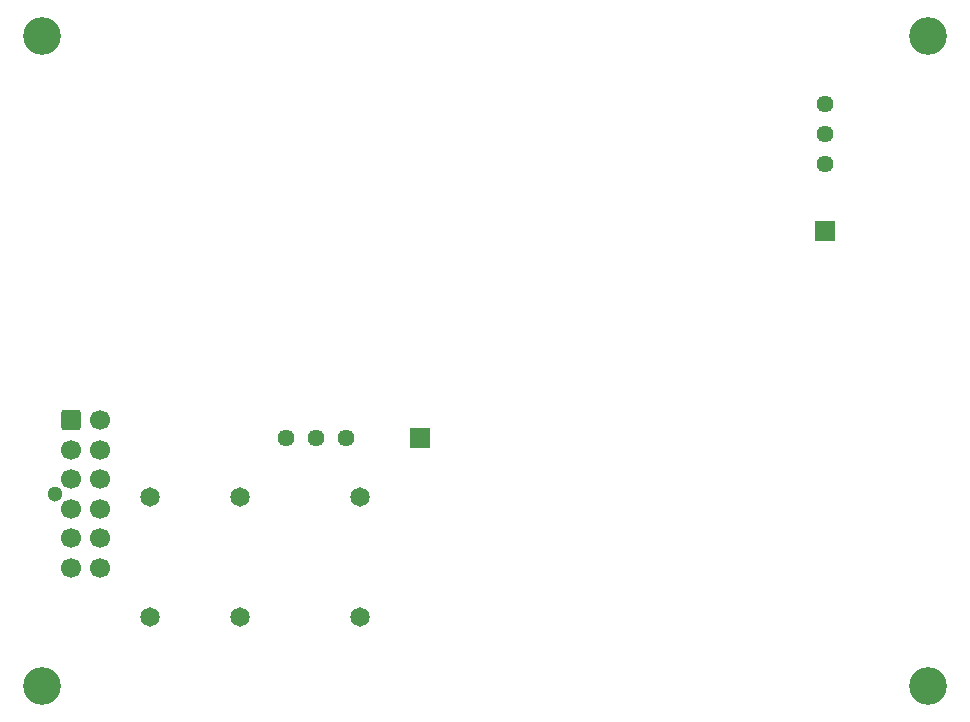
<source format=gbr>
%TF.GenerationSoftware,KiCad,Pcbnew,8.0.5*%
%TF.CreationDate,2025-02-24T01:44:01-08:00*%
%TF.ProjectId,BSPD,42535044-2e6b-4696-9361-645f70636258,rev?*%
%TF.SameCoordinates,Original*%
%TF.FileFunction,Soldermask,Bot*%
%TF.FilePolarity,Negative*%
%FSLAX46Y46*%
G04 Gerber Fmt 4.6, Leading zero omitted, Abs format (unit mm)*
G04 Created by KiCad (PCBNEW 8.0.5) date 2025-02-24 01:44:01*
%MOMM*%
%LPD*%
G01*
G04 APERTURE LIST*
G04 Aperture macros list*
%AMRoundRect*
0 Rectangle with rounded corners*
0 $1 Rounding radius*
0 $2 $3 $4 $5 $6 $7 $8 $9 X,Y pos of 4 corners*
0 Add a 4 corners polygon primitive as box body*
4,1,4,$2,$3,$4,$5,$6,$7,$8,$9,$2,$3,0*
0 Add four circle primitives for the rounded corners*
1,1,$1+$1,$2,$3*
1,1,$1+$1,$4,$5*
1,1,$1+$1,$6,$7*
1,1,$1+$1,$8,$9*
0 Add four rect primitives between the rounded corners*
20,1,$1+$1,$2,$3,$4,$5,0*
20,1,$1+$1,$4,$5,$6,$7,0*
20,1,$1+$1,$6,$7,$8,$9,0*
20,1,$1+$1,$8,$9,$2,$3,0*%
G04 Aperture macros list end*
%ADD10C,1.300000*%
%ADD11RoundRect,0.250000X-0.600000X-0.600000X0.600000X-0.600000X0.600000X0.600000X-0.600000X0.600000X0*%
%ADD12C,1.700000*%
%ADD13C,1.440000*%
%ADD14R,1.700000X1.700000*%
%ADD15C,3.200000*%
%ADD16C,1.651000*%
G04 APERTURE END LIST*
D10*
%TO.C,J2*%
X41105574Y-64766455D03*
D11*
X42445574Y-58516455D03*
D12*
X42445574Y-61016455D03*
X42445574Y-63516455D03*
X42445574Y-66016455D03*
X42445574Y-68516455D03*
X42445574Y-71016455D03*
X44945574Y-58516455D03*
X44945574Y-61016455D03*
X44945574Y-63516455D03*
X44945574Y-66016455D03*
X44945574Y-68516455D03*
X44945574Y-71016455D03*
%TD*%
D13*
%TO.C,RV2*%
X65765574Y-60016455D03*
X63225574Y-60016455D03*
X60685574Y-60016455D03*
%TD*%
%TO.C,RV1*%
X106265574Y-31766455D03*
X106265574Y-34306455D03*
X106265574Y-36846455D03*
%TD*%
D14*
%TO.C,TP2*%
X106265574Y-42516455D03*
%TD*%
D15*
%TO.C,REF\u002A\u002A*%
X115000000Y-26000000D03*
%TD*%
D14*
%TO.C,TP1*%
X72015574Y-60016455D03*
%TD*%
D16*
%TO.C,K2*%
X66925574Y-65016455D03*
X56765574Y-65016455D03*
X49145574Y-65016455D03*
X49145574Y-75176455D03*
X56765574Y-75176455D03*
X66925574Y-75176455D03*
%TD*%
D15*
%TO.C,REF\u002A\u002A*%
X115000000Y-81000000D03*
%TD*%
%TO.C,REF\u002A\u002A*%
X40000000Y-26000000D03*
%TD*%
%TO.C,REF\u002A\u002A*%
X40000000Y-81000000D03*
%TD*%
M02*

</source>
